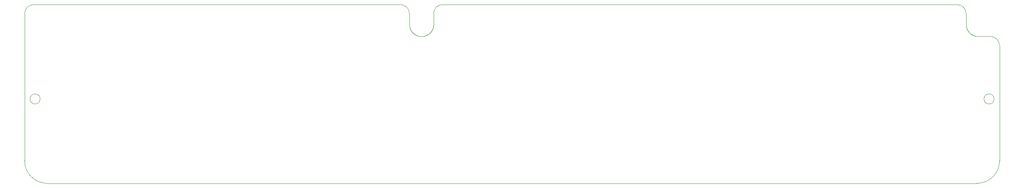
<source format=gbr>
%TF.GenerationSoftware,KiCad,Pcbnew,9.0.0*%
%TF.CreationDate,2025-04-15T08:35:35-04:00*%
%TF.ProjectId,Keypad,4b657970-6164-42e6-9b69-6361645f7063,1.0*%
%TF.SameCoordinates,Original*%
%TF.FileFunction,Profile,NP*%
%FSLAX46Y46*%
G04 Gerber Fmt 4.6, Leading zero omitted, Abs format (unit mm)*
G04 Created by KiCad (PCBNEW 9.0.0) date 2025-04-15 08:35:35*
%MOMM*%
%LPD*%
G01*
G04 APERTURE LIST*
%TA.AperFunction,Profile*%
%ADD10C,0.100000*%
%TD*%
%ADD11C,0.100000*%
G04 APERTURE END LIST*
D10*
X125709300Y-82710000D02*
G75*
G02*
X127709295Y-84705528I0J-2000000D01*
G01*
X259150659Y-117710000D02*
X259150659Y-91843809D01*
X42000000Y-84710000D02*
G75*
G02*
X44000000Y-82710000I2000000J0D01*
G01*
D11*
X128031268Y-88423710D02*
X128024542Y-88411140D01*
X128017880Y-88398520D01*
X128011282Y-88385850D01*
X128004749Y-88373131D01*
X127998280Y-88360363D01*
X127991876Y-88347546D01*
X127985538Y-88334681D01*
X127979265Y-88321768D01*
X127973058Y-88308808D01*
X127966916Y-88295800D01*
X127960841Y-88282744D01*
X127954833Y-88269643D01*
X127948891Y-88256494D01*
X127943016Y-88243300D01*
X127937208Y-88230060D01*
X127931467Y-88216775D01*
X127925795Y-88203445D01*
X127920190Y-88190070D01*
X127914653Y-88176651D01*
X127909185Y-88163188D01*
X127903786Y-88149682D01*
X127898455Y-88136132D01*
X127893193Y-88122541D01*
X127888001Y-88108906D01*
X127882879Y-88095231D01*
X127877826Y-88081513D01*
X127872844Y-88067755D01*
X127867932Y-88053956D01*
X127863090Y-88040117D01*
X127858320Y-88026239D01*
X127853620Y-88012321D01*
X127848992Y-87998364D01*
X127844435Y-87984370D01*
X127839951Y-87970337D01*
X127835538Y-87956267D01*
X127831197Y-87942160D01*
X127826929Y-87928017D01*
X127822733Y-87913838D01*
X127818611Y-87899624D01*
X127814562Y-87885374D01*
X127810586Y-87871090D01*
X127806683Y-87856773D01*
X127802854Y-87842422D01*
X127799100Y-87828038D01*
X127795419Y-87813622D01*
X127791813Y-87799174D01*
X127788282Y-87784695D01*
X127784826Y-87770185D01*
X127781444Y-87755646D01*
X127778138Y-87741076D01*
X127774907Y-87726478D01*
X127771752Y-87711851D01*
X127768673Y-87697197D01*
X127765669Y-87682515D01*
X127762742Y-87667806D01*
X127759891Y-87653072D01*
X127757117Y-87638312D01*
X127754419Y-87623527D01*
X127751799Y-87608717D01*
X127749255Y-87593884D01*
X127746788Y-87579028D01*
X127744399Y-87564150D01*
X127742087Y-87549250D01*
X127739853Y-87534328D01*
X127737697Y-87519387D01*
X127735619Y-87504425D01*
X127733619Y-87489444D01*
X127731697Y-87474444D01*
X127729853Y-87459426D01*
X127728088Y-87444391D01*
X127726401Y-87429339D01*
X127724793Y-87414271D01*
X127723264Y-87399188D01*
X127721814Y-87384091D01*
X127720443Y-87368979D01*
X127719151Y-87353854D01*
X127717938Y-87338716D01*
X127716804Y-87323566D01*
X127715750Y-87308405D01*
X127714775Y-87293234D01*
X127713880Y-87278052D01*
X127713064Y-87262861D01*
X127712328Y-87247662D01*
X127711671Y-87232455D01*
X127711095Y-87217240D01*
X127710598Y-87202019D01*
X127710181Y-87186793D01*
X127709844Y-87171561D01*
X127709587Y-87156325D01*
X127709410Y-87141086D01*
X127709312Y-87125843D01*
X127709295Y-87110611D01*
D10*
X257150700Y-89849134D02*
G75*
G02*
X259150659Y-91843809I0J-1999966D01*
G01*
X251709295Y-87110611D02*
X251709295Y-84705528D01*
X249709300Y-82710000D02*
X135086076Y-82710000D01*
D11*
X254400659Y-89849134D02*
X254386619Y-89849117D01*
X254372575Y-89849020D01*
X254358528Y-89848843D01*
X254347229Y-89848642D01*
D10*
X257150700Y-89849134D02*
X254400659Y-89849134D01*
X249709300Y-82710000D02*
G75*
G02*
X251709295Y-84705528I0J-2000000D01*
G01*
D11*
X252031268Y-88423710D02*
X252024542Y-88411140D01*
X252017880Y-88398520D01*
X252011282Y-88385850D01*
X252004749Y-88373131D01*
X251998280Y-88360363D01*
X251991876Y-88347546D01*
X251985538Y-88334681D01*
X251979265Y-88321768D01*
X251973058Y-88308808D01*
X251966916Y-88295800D01*
X251960841Y-88282744D01*
X251954833Y-88269643D01*
X251948891Y-88256494D01*
X251943016Y-88243300D01*
X251937208Y-88230060D01*
X251931467Y-88216775D01*
X251925795Y-88203445D01*
X251920190Y-88190070D01*
X251914653Y-88176651D01*
X251909185Y-88163188D01*
X251903786Y-88149682D01*
X251898455Y-88136132D01*
X251893193Y-88122541D01*
X251888001Y-88108906D01*
X251882879Y-88095231D01*
X251877826Y-88081513D01*
X251872844Y-88067755D01*
X251867932Y-88053956D01*
X251863090Y-88040117D01*
X251858320Y-88026239D01*
X251853620Y-88012321D01*
X251848992Y-87998364D01*
X251844435Y-87984370D01*
X251839951Y-87970337D01*
X251835538Y-87956267D01*
X251831197Y-87942160D01*
X251826929Y-87928017D01*
X251822733Y-87913838D01*
X251818611Y-87899624D01*
X251814562Y-87885374D01*
X251810586Y-87871090D01*
X251806683Y-87856773D01*
X251802854Y-87842422D01*
X251799100Y-87828038D01*
X251795419Y-87813622D01*
X251791813Y-87799174D01*
X251788282Y-87784695D01*
X251784826Y-87770185D01*
X251781444Y-87755646D01*
X251778138Y-87741076D01*
X251774907Y-87726478D01*
X251771752Y-87711851D01*
X251768673Y-87697197D01*
X251765669Y-87682515D01*
X251762742Y-87667806D01*
X251759891Y-87653072D01*
X251757117Y-87638312D01*
X251754419Y-87623527D01*
X251751799Y-87608717D01*
X251749255Y-87593884D01*
X251746788Y-87579028D01*
X251744399Y-87564150D01*
X251742087Y-87549250D01*
X251739853Y-87534328D01*
X251737697Y-87519387D01*
X251735619Y-87504425D01*
X251733619Y-87489444D01*
X251731697Y-87474444D01*
X251729853Y-87459426D01*
X251728088Y-87444391D01*
X251726401Y-87429339D01*
X251724793Y-87414271D01*
X251723264Y-87399188D01*
X251721814Y-87384091D01*
X251720443Y-87368979D01*
X251719151Y-87353854D01*
X251717938Y-87338716D01*
X251716804Y-87323566D01*
X251715750Y-87308405D01*
X251714775Y-87293234D01*
X251713880Y-87278052D01*
X251713064Y-87262861D01*
X251712328Y-87247662D01*
X251711671Y-87232455D01*
X251711095Y-87217240D01*
X251710598Y-87202019D01*
X251710181Y-87186793D01*
X251709844Y-87171561D01*
X251709587Y-87156325D01*
X251709410Y-87141086D01*
X251709312Y-87125843D01*
X251709295Y-87110611D01*
D10*
X45456592Y-103831320D02*
G75*
G02*
X43206592Y-103831320I-1125000J0D01*
G01*
X43206592Y-103831320D02*
G75*
G02*
X45456592Y-103831320I1125000J0D01*
G01*
X125709300Y-82710000D02*
X44000000Y-82710000D01*
X259150659Y-117710000D02*
G75*
G02*
X254174683Y-122710001I-5000159J100D01*
G01*
X133092390Y-84710000D02*
G75*
G02*
X135086076Y-82710000I2000010J0D01*
G01*
X42000000Y-84710000D02*
X42000000Y-117710000D01*
D11*
X132729592Y-88496173D02*
X132722431Y-88508475D01*
X132715196Y-88520747D01*
X132707886Y-88532989D01*
X132700502Y-88545199D01*
X132693043Y-88557377D01*
X132685509Y-88569524D01*
X132677902Y-88581639D01*
X132670221Y-88593720D01*
X132662466Y-88605769D01*
X132654638Y-88617785D01*
X132646736Y-88629767D01*
X132638760Y-88641714D01*
X132630712Y-88653627D01*
X132622591Y-88665505D01*
X132614397Y-88677348D01*
X132606130Y-88689156D01*
X132597792Y-88700927D01*
X132589381Y-88712661D01*
X132580898Y-88724359D01*
X132572343Y-88736019D01*
X132563717Y-88747642D01*
X132555020Y-88759227D01*
X132546252Y-88770773D01*
X132537412Y-88782280D01*
X132528503Y-88793747D01*
X132519522Y-88805175D01*
X132510472Y-88816563D01*
X132501352Y-88827910D01*
X132492162Y-88839216D01*
X132482903Y-88850480D01*
X132473575Y-88861703D01*
X132464179Y-88872883D01*
X132454713Y-88884021D01*
X132445180Y-88895115D01*
X132435578Y-88906165D01*
X132425909Y-88917172D01*
X132416173Y-88928134D01*
X132406369Y-88939051D01*
X132396499Y-88949922D01*
X132386563Y-88960748D01*
X132376560Y-88971527D01*
X132366492Y-88982260D01*
X132356359Y-88992946D01*
X132346160Y-89003584D01*
X132335897Y-89014173D01*
X132325569Y-89024715D01*
X132315177Y-89035207D01*
X132304722Y-89045650D01*
X132294203Y-89056043D01*
X132283622Y-89066385D01*
X132272978Y-89076677D01*
X132262272Y-89086918D01*
X132251505Y-89097107D01*
X132240676Y-89107244D01*
X132229786Y-89117328D01*
X132218836Y-89127360D01*
X132207825Y-89137338D01*
X132196756Y-89147262D01*
X132185626Y-89157131D01*
X132174439Y-89166946D01*
X132163192Y-89176706D01*
X132151888Y-89186410D01*
X132140527Y-89196058D01*
X132129108Y-89205649D01*
X132117633Y-89215183D01*
X132106102Y-89224660D01*
X132094516Y-89234079D01*
X132082874Y-89243440D01*
X132071178Y-89252742D01*
X132059427Y-89261985D01*
X132047623Y-89271168D01*
X132035766Y-89280292D01*
X132023857Y-89289355D01*
X132011895Y-89298357D01*
X131999881Y-89307297D01*
X131987817Y-89316176D01*
X131975702Y-89324993D01*
X131963536Y-89333748D01*
X131951322Y-89342439D01*
X131939058Y-89351067D01*
X131926746Y-89359632D01*
X131914386Y-89368132D01*
X131901979Y-89376568D01*
X131889525Y-89384939D01*
X131877025Y-89393244D01*
X131864479Y-89401484D01*
X131851888Y-89409658D01*
X131839253Y-89417765D01*
X131826573Y-89425806D01*
X131813850Y-89433779D01*
X131801085Y-89441684D01*
X131788277Y-89449522D01*
X131775427Y-89457292D01*
X131762537Y-89464992D01*
X131749605Y-89472624D01*
X131743125Y-89476414D01*
X131736634Y-89480187D01*
X131730134Y-89483942D01*
X131723624Y-89487679D01*
X131717105Y-89491399D01*
X131710575Y-89495102D01*
X131704037Y-89498787D01*
X131697488Y-89502454D01*
X131690931Y-89506104D01*
X131684364Y-89509736D01*
X131677788Y-89513350D01*
X131671202Y-89516946D01*
X131664608Y-89520525D01*
X131658005Y-89524086D01*
X131651393Y-89527628D01*
X131644771Y-89531153D01*
X131638142Y-89534660D01*
X131631503Y-89538149D01*
X131624856Y-89541619D01*
X131618200Y-89545072D01*
X131611536Y-89548506D01*
X131604863Y-89551923D01*
X131598183Y-89555321D01*
X131591494Y-89558701D01*
X131584797Y-89562062D01*
X131578091Y-89565405D01*
X131571378Y-89568730D01*
X131564656Y-89572037D01*
X131557928Y-89575325D01*
X131551191Y-89578594D01*
X131544446Y-89581845D01*
X131537694Y-89585078D01*
X131530935Y-89588291D01*
X131524167Y-89591487D01*
X131517393Y-89594663D01*
X131510611Y-89597822D01*
X131503822Y-89600961D01*
X131497026Y-89604082D01*
X131490223Y-89607183D01*
X131483412Y-89610266D01*
X131476596Y-89613330D01*
X131469771Y-89616376D01*
X131462941Y-89619402D01*
X131456103Y-89622410D01*
X131449259Y-89625398D01*
X131442408Y-89628368D01*
X131435552Y-89631318D01*
X131428688Y-89634250D01*
X131421819Y-89637162D01*
X131414942Y-89640056D01*
X131408061Y-89642930D01*
X131401172Y-89645785D01*
X131394279Y-89648621D01*
X131387378Y-89651438D01*
X131380473Y-89654235D01*
X131373561Y-89657014D01*
X131366644Y-89659772D01*
X131359721Y-89662512D01*
X131352793Y-89665232D01*
X131345858Y-89667934D01*
X131338920Y-89670615D01*
X131331975Y-89673278D01*
X131325026Y-89675920D01*
X131318070Y-89678544D01*
X131311111Y-89681147D01*
X131304145Y-89683732D01*
X131297177Y-89686296D01*
X131290201Y-89688842D01*
X131283223Y-89691367D01*
X131276238Y-89693874D01*
X131269250Y-89696360D01*
X131262256Y-89698827D01*
X131255259Y-89701274D01*
X131248256Y-89703702D01*
X131241251Y-89706110D01*
X131234239Y-89708498D01*
X131227226Y-89710866D01*
X131220206Y-89713215D01*
X131213184Y-89715544D01*
X131206156Y-89717854D01*
X131199127Y-89720143D01*
X131192092Y-89722413D01*
X131185055Y-89724662D01*
X131178012Y-89726892D01*
X131170968Y-89729102D01*
X131163918Y-89731293D01*
X131156867Y-89733463D01*
X131149811Y-89735613D01*
X131142753Y-89737743D01*
X131135690Y-89739854D01*
X131128627Y-89741944D01*
X131121557Y-89744015D01*
X131114488Y-89746066D01*
X131107413Y-89748097D01*
X131100337Y-89750107D01*
X131093257Y-89752098D01*
X131086176Y-89754068D01*
X131079090Y-89756019D01*
X131072004Y-89757949D01*
X131064913Y-89759860D01*
X131057822Y-89761749D01*
X131050727Y-89763620D01*
X131043631Y-89765470D01*
X131036531Y-89767300D01*
X131029432Y-89769110D01*
X131022327Y-89770900D01*
X131015224Y-89772669D01*
X131008116Y-89774419D01*
X131001009Y-89776148D01*
X130993897Y-89777857D01*
X130986786Y-89779546D01*
X130979671Y-89781215D01*
X130972557Y-89782863D01*
X130965439Y-89784492D01*
X130958323Y-89786099D01*
X130951202Y-89787688D01*
X130944083Y-89789255D01*
X130936959Y-89790803D01*
X130929838Y-89792330D01*
X130922712Y-89793837D01*
X130915588Y-89795324D01*
X130908461Y-89796790D01*
X130901335Y-89798236D01*
X130894206Y-89799663D01*
X130887079Y-89801068D01*
X130879949Y-89802454D01*
X130872820Y-89803819D01*
X130865689Y-89805164D01*
X130858559Y-89806489D01*
X130851427Y-89807793D01*
X130844297Y-89809077D01*
X130837163Y-89810341D01*
X130830033Y-89811584D01*
X130822899Y-89812808D01*
X130815768Y-89814011D01*
X130808634Y-89815194D01*
X130801504Y-89816356D01*
X130794370Y-89817498D01*
X130787239Y-89818620D01*
X130780106Y-89819721D01*
X130772976Y-89820802D01*
X130765843Y-89821864D01*
X130758714Y-89822904D01*
X130751582Y-89823925D01*
X130744454Y-89824924D01*
X130737323Y-89825904D01*
X130730196Y-89826864D01*
X130723066Y-89827803D01*
X130715941Y-89828722D01*
X130708813Y-89829621D01*
X130701689Y-89830499D01*
X130694563Y-89831357D01*
X130687441Y-89832194D01*
X130680317Y-89833012D01*
X130673197Y-89833809D01*
X130666075Y-89834586D01*
X130658958Y-89835343D01*
X130651838Y-89836079D01*
X130644724Y-89836795D01*
X130637607Y-89837491D01*
X130630495Y-89838167D01*
X130623381Y-89838822D01*
X130616273Y-89839457D01*
X130609162Y-89840072D01*
X130602057Y-89840667D01*
X130594949Y-89841242D01*
X130587848Y-89841796D01*
X130580744Y-89842330D01*
X130573646Y-89842843D01*
X130566546Y-89843337D01*
X130559452Y-89843810D01*
X130552356Y-89844264D01*
X130545266Y-89844697D01*
X130538174Y-89845109D01*
X130531088Y-89845502D01*
X130524001Y-89845875D01*
X130516920Y-89846227D01*
X130509838Y-89846559D01*
X130502761Y-89846871D01*
X130495683Y-89847163D01*
X130488612Y-89847434D01*
X130481539Y-89847686D01*
X130474473Y-89847917D01*
X130467406Y-89848129D01*
X130460345Y-89848320D01*
X130453283Y-89848491D01*
X130446227Y-89848642D01*
X130439171Y-89848773D01*
X130432121Y-89848884D01*
X130425071Y-89848975D01*
X130418027Y-89849046D01*
X130410982Y-89849096D01*
X130403945Y-89849127D01*
X130396906Y-89849138D01*
X130389875Y-89849128D01*
X130382843Y-89849099D01*
X130375818Y-89849050D01*
X130368793Y-89848980D01*
X130361774Y-89848891D01*
X130354755Y-89848782D01*
X130347229Y-89848642D01*
D10*
X127709295Y-87110611D02*
X127709295Y-84705528D01*
D11*
X133092390Y-87110611D02*
X133092346Y-87125853D01*
X133092294Y-87133474D01*
X133092223Y-87141094D01*
X133092131Y-87148715D01*
X133092019Y-87156335D01*
X133091887Y-87163954D01*
X133091735Y-87171574D01*
X133091563Y-87179192D01*
X133091372Y-87186810D01*
X133091160Y-87194427D01*
X133090928Y-87202043D01*
X133090676Y-87209658D01*
X133090404Y-87217272D01*
X133090113Y-87224885D01*
X133089801Y-87232497D01*
X133089469Y-87240107D01*
X133089118Y-87247716D01*
X133088746Y-87255323D01*
X133088355Y-87262929D01*
X133087943Y-87270533D01*
X133087512Y-87278136D01*
X133087060Y-87285736D01*
X133086589Y-87293335D01*
X133086098Y-87300932D01*
X133085587Y-87308526D01*
X133085056Y-87316118D01*
X133084505Y-87323709D01*
X133083934Y-87331296D01*
X133083344Y-87338882D01*
X133082733Y-87346464D01*
X133082103Y-87354044D01*
X133081453Y-87361621D01*
X133080783Y-87369196D01*
X133080093Y-87376767D01*
X133079383Y-87384336D01*
X133078654Y-87391901D01*
X133077904Y-87399464D01*
X133077135Y-87407023D01*
X133076346Y-87414579D01*
X133075538Y-87422131D01*
X133074710Y-87429681D01*
X133073862Y-87437225D01*
X133072994Y-87444768D01*
X133072106Y-87452305D01*
X133071199Y-87459840D01*
X133070272Y-87467369D01*
X133069326Y-87474896D01*
X133068360Y-87482418D01*
X133067374Y-87489936D01*
X133066368Y-87497449D01*
X133065343Y-87504959D01*
X133064299Y-87512464D01*
X133063235Y-87519965D01*
X133062151Y-87527460D01*
X133061047Y-87534952D01*
X133059925Y-87542437D01*
X133058782Y-87549920D01*
X133057621Y-87557396D01*
X133056439Y-87564868D01*
X133055239Y-87572334D01*
X133054018Y-87579796D01*
X133052779Y-87587252D01*
X133051520Y-87594704D01*
X133050242Y-87602148D01*
X133048944Y-87609589D01*
X133047627Y-87617023D01*
X133046291Y-87624452D01*
X133044935Y-87631875D01*
X133043560Y-87639293D01*
X133042166Y-87646703D01*
X133040752Y-87654110D01*
X133039320Y-87661508D01*
X133037868Y-87668903D01*
X133036397Y-87676289D01*
X133034907Y-87683671D01*
X133033398Y-87691044D01*
X133031869Y-87698414D01*
X133030322Y-87705774D01*
X133028755Y-87713130D01*
X133027169Y-87720478D01*
X133025565Y-87727820D01*
X133023941Y-87735154D01*
X133022298Y-87742483D01*
X133020637Y-87749803D01*
X133018956Y-87757118D01*
X133017257Y-87764424D01*
X133015539Y-87771725D01*
X133013802Y-87779016D01*
X133012046Y-87786303D01*
X133010271Y-87793579D01*
X133008478Y-87800851D01*
X133006666Y-87808113D01*
X133004834Y-87815369D01*
X133002985Y-87822615D01*
X133001116Y-87829856D01*
X132999230Y-87837087D01*
X132997324Y-87844312D01*
X132995400Y-87851527D01*
X132993457Y-87858737D01*
X132991496Y-87865935D01*
X132989516Y-87873128D01*
X132987518Y-87880311D01*
X132985501Y-87887487D01*
X132983466Y-87894653D01*
X132981412Y-87901812D01*
X132979340Y-87908961D01*
X132977249Y-87916104D01*
X132975141Y-87923235D01*
X132973014Y-87930360D01*
X132970869Y-87937474D01*
X132968705Y-87944582D01*
X132966524Y-87951678D01*
X132964324Y-87958768D01*
X132962106Y-87965846D01*
X132959870Y-87972917D01*
X132957616Y-87979977D01*
X132955343Y-87987030D01*
X132953053Y-87994072D01*
X132950745Y-88001106D01*
X132948419Y-88008129D01*
X132946074Y-88015144D01*
X132943713Y-88022148D01*
X132941332Y-88029144D01*
X132938935Y-88036128D01*
X132936519Y-88043106D01*
X132934086Y-88050070D01*
X132931634Y-88057028D01*
X132929166Y-88063973D01*
X132926679Y-88070910D01*
X132924175Y-88077835D01*
X132921652Y-88084753D01*
X132919114Y-88091657D01*
X132916556Y-88098555D01*
X132913982Y-88105439D01*
X132911389Y-88112316D01*
X132908780Y-88119179D01*
X132906152Y-88126035D01*
X132903509Y-88132877D01*
X132900846Y-88139712D01*
X132898167Y-88146534D01*
X132895470Y-88153347D01*
X132892757Y-88160147D01*
X132890025Y-88166940D01*
X132887278Y-88173718D01*
X132884512Y-88180489D01*
X132881730Y-88187245D01*
X132878929Y-88193994D01*
X132876113Y-88200729D01*
X132873278Y-88207455D01*
X132870428Y-88214168D01*
X132867559Y-88220872D01*
X132864675Y-88227562D01*
X132861772Y-88234244D01*
X132858854Y-88240912D01*
X132855918Y-88247571D01*
X132852966Y-88254215D01*
X132849996Y-88260852D01*
X132847011Y-88267473D01*
X132844007Y-88274087D01*
X132840988Y-88280685D01*
X132837951Y-88287275D01*
X132834899Y-88293850D01*
X132831829Y-88300417D01*
X132828744Y-88306968D01*
X132825640Y-88313511D01*
X132822522Y-88320039D01*
X132819386Y-88326558D01*
X132816234Y-88333062D01*
X132813065Y-88339557D01*
X132809881Y-88346037D01*
X132806679Y-88352508D01*
X132803462Y-88358963D01*
X132800228Y-88365410D01*
X132796979Y-88371841D01*
X132793711Y-88378263D01*
X132790430Y-88384669D01*
X132787130Y-88391067D01*
X132783817Y-88397448D01*
X132780485Y-88403821D01*
X132777139Y-88410178D01*
X132773775Y-88416525D01*
X132770397Y-88422857D01*
X132767001Y-88429179D01*
X132763591Y-88435486D01*
X132760164Y-88441783D01*
X132756722Y-88448064D01*
X132753263Y-88454335D01*
X132749789Y-88460591D01*
X132746298Y-88466837D01*
X132742794Y-88473066D01*
X132739271Y-88479286D01*
X132735735Y-88485490D01*
X132732182Y-88491685D01*
X132729592Y-88496173D01*
X254347229Y-89848642D02*
X254333207Y-89848321D01*
X254319175Y-89847919D01*
X254305132Y-89847437D01*
X254291080Y-89846875D01*
X254277018Y-89846232D01*
X254262947Y-89845509D01*
X254248868Y-89844705D01*
X254234780Y-89843821D01*
X254220685Y-89842856D01*
X254206582Y-89841811D01*
X254192472Y-89840685D01*
X254178355Y-89839478D01*
X254164231Y-89838190D01*
X254150102Y-89836822D01*
X254135968Y-89835372D01*
X254121828Y-89833842D01*
X254107684Y-89832231D01*
X254093535Y-89830539D01*
X254079383Y-89828766D01*
X254065227Y-89826911D01*
X254051068Y-89824976D01*
X254036907Y-89822960D01*
X254022744Y-89820863D01*
X254008579Y-89818685D01*
X253994413Y-89816425D01*
X253980246Y-89814085D01*
X253966080Y-89811663D01*
X253951913Y-89809161D01*
X253937747Y-89806577D01*
X253923583Y-89803912D01*
X253909420Y-89801166D01*
X253895260Y-89798340D01*
X253881102Y-89795432D01*
X253866947Y-89792443D01*
X253852796Y-89789373D01*
X253838649Y-89786223D01*
X253824507Y-89782991D01*
X253810371Y-89779679D01*
X253796240Y-89776286D01*
X253782115Y-89772812D01*
X253767997Y-89769257D01*
X253753887Y-89765622D01*
X253739784Y-89761906D01*
X253725690Y-89758110D01*
X253711605Y-89754234D01*
X253697529Y-89750277D01*
X253683463Y-89746240D01*
X253669408Y-89742122D01*
X253655364Y-89737925D01*
X253641332Y-89733648D01*
X253627312Y-89729291D01*
X253613305Y-89724854D01*
X253599312Y-89720337D01*
X253585332Y-89715741D01*
X253571367Y-89711065D01*
X253557417Y-89706311D01*
X253543483Y-89701477D01*
X253529565Y-89696564D01*
X253515664Y-89691572D01*
X253501781Y-89686502D01*
X253487916Y-89681353D01*
X253474069Y-89676125D01*
X253460242Y-89670820D01*
X253446434Y-89665436D01*
X253432647Y-89659975D01*
X253418881Y-89654436D01*
X253405137Y-89648819D01*
X253391414Y-89643125D01*
X253377715Y-89637354D01*
X253364039Y-89631506D01*
X253350388Y-89625581D01*
X253336761Y-89619580D01*
X253323159Y-89613502D01*
X253309583Y-89607349D01*
X253296034Y-89601120D01*
X253282512Y-89594815D01*
X253269017Y-89588435D01*
X253255551Y-89581980D01*
X253242114Y-89575449D01*
X253228706Y-89568845D01*
X253215329Y-89562166D01*
X253201982Y-89555413D01*
X253188667Y-89548586D01*
X253175384Y-89541686D01*
X253162133Y-89534713D01*
X253148916Y-89527666D01*
X253135732Y-89520547D01*
X253122583Y-89513356D01*
X253109469Y-89506093D01*
X253096391Y-89498758D01*
X253083349Y-89491352D01*
X253070343Y-89483874D01*
X253057376Y-89476326D01*
X253044446Y-89468707D01*
X253031555Y-89461019D01*
X253018703Y-89453260D01*
X253005891Y-89445433D01*
X252993119Y-89437536D01*
X252980389Y-89429570D01*
X252967700Y-89421537D01*
X252961371Y-89417494D01*
X252955053Y-89413435D01*
X252948746Y-89409359D01*
X252942449Y-89405265D01*
X252936164Y-89401156D01*
X252929889Y-89397029D01*
X252923625Y-89392885D01*
X252917372Y-89388725D01*
X252911130Y-89384549D01*
X252904900Y-89380355D01*
X252898681Y-89376146D01*
X252892473Y-89371919D01*
X252886276Y-89367677D01*
X252880091Y-89363417D01*
X252873918Y-89359142D01*
X252867756Y-89354850D01*
X252861606Y-89350542D01*
X252855468Y-89346218D01*
X252849341Y-89341878D01*
X252843226Y-89337522D01*
X252837124Y-89333149D01*
X252831033Y-89328761D01*
X252824955Y-89324357D01*
X252818888Y-89319936D01*
X252812834Y-89315501D01*
X252806792Y-89311049D01*
X252800763Y-89306581D01*
X252794746Y-89302098D01*
X252788742Y-89297599D01*
X252782749Y-89293085D01*
X252776771Y-89288555D01*
X252770804Y-89284009D01*
X252764850Y-89279449D01*
X252758909Y-89274872D01*
X252752981Y-89270281D01*
X252747066Y-89265674D01*
X252741164Y-89261053D01*
X252735275Y-89256415D01*
X252729399Y-89251763D01*
X252723536Y-89247096D01*
X252717688Y-89242414D01*
X252711851Y-89237716D01*
X252706029Y-89233005D01*
X252700220Y-89228278D01*
X252694425Y-89223536D01*
X252688643Y-89218780D01*
X252682875Y-89214009D01*
X252677120Y-89209223D01*
X252671380Y-89204423D01*
X252665652Y-89199608D01*
X252659940Y-89194780D01*
X252654241Y-89189936D01*
X252648556Y-89185078D01*
X252642885Y-89180206D01*
X252637229Y-89175320D01*
X252631586Y-89170419D01*
X252625958Y-89165505D01*
X252620344Y-89160576D01*
X252614745Y-89155634D01*
X252609159Y-89150677D01*
X252603589Y-89145707D01*
X252598033Y-89140722D01*
X252592492Y-89135725D01*
X252586965Y-89130712D01*
X252581453Y-89125687D01*
X252575956Y-89120648D01*
X252570474Y-89115596D01*
X252565006Y-89110529D01*
X252559554Y-89105451D01*
X252554116Y-89100357D01*
X252548694Y-89095252D01*
X252543286Y-89090132D01*
X252537895Y-89085000D01*
X252532517Y-89079853D01*
X252527156Y-89074695D01*
X252521809Y-89069523D01*
X252516479Y-89064339D01*
X252511162Y-89059140D01*
X252505863Y-89053930D01*
X252500578Y-89048706D01*
X252495310Y-89043471D01*
X252490056Y-89038222D01*
X252484819Y-89032961D01*
X252479596Y-89027686D01*
X252474391Y-89022401D01*
X252469199Y-89017101D01*
X252464026Y-89011791D01*
X252458866Y-89006466D01*
X252453725Y-89001131D01*
X252448597Y-88995782D01*
X252443488Y-88990423D01*
X252438392Y-88985050D01*
X252433315Y-88979666D01*
X252428252Y-88974269D01*
X252423207Y-88968861D01*
X252418177Y-88963440D01*
X252413165Y-88958009D01*
X252408167Y-88952565D01*
X252403188Y-88947110D01*
X252398223Y-88941642D01*
X252393276Y-88936164D01*
X252388345Y-88930673D01*
X252383431Y-88925173D01*
X252378533Y-88919658D01*
X252373653Y-88914135D01*
X252368788Y-88908598D01*
X252363941Y-88903052D01*
X252359110Y-88897493D01*
X252354297Y-88891925D01*
X252349499Y-88886344D01*
X252344720Y-88880753D01*
X252339956Y-88875150D01*
X252335211Y-88869538D01*
X252330482Y-88863913D01*
X252325771Y-88858279D01*
X252321075Y-88852633D01*
X252316398Y-88846978D01*
X252311737Y-88841310D01*
X252307095Y-88835634D01*
X252302468Y-88829945D01*
X252297861Y-88824247D01*
X252293268Y-88818538D01*
X252288695Y-88812820D01*
X252284138Y-88807089D01*
X252279600Y-88801351D01*
X252275078Y-88795600D01*
X252270575Y-88789842D01*
X252266087Y-88784071D01*
X252261619Y-88778292D01*
X252257167Y-88772501D01*
X252252734Y-88766703D01*
X252248318Y-88760892D01*
X252243920Y-88755074D01*
X252239539Y-88749244D01*
X252235177Y-88743407D01*
X252230831Y-88737557D01*
X252226505Y-88731701D01*
X252222195Y-88725832D01*
X252217905Y-88719957D01*
X252213630Y-88714069D01*
X252209376Y-88708175D01*
X252205137Y-88702269D01*
X252200919Y-88696357D01*
X252196717Y-88690432D01*
X252192534Y-88684501D01*
X252188368Y-88678558D01*
X252184222Y-88672610D01*
X252180092Y-88666649D01*
X252175982Y-88660682D01*
X252171889Y-88654704D01*
X252167815Y-88648719D01*
X252163758Y-88642723D01*
X252159721Y-88636721D01*
X252155701Y-88630708D01*
X252151700Y-88624689D01*
X252147717Y-88618658D01*
X252143753Y-88612622D01*
X252139806Y-88606574D01*
X252135879Y-88600521D01*
X252131969Y-88594457D01*
X252128079Y-88588387D01*
X252124206Y-88582307D01*
X252120353Y-88576221D01*
X252116517Y-88570123D01*
X252112702Y-88564021D01*
X252108903Y-88557908D01*
X252105124Y-88551790D01*
X252101362Y-88545660D01*
X252097621Y-88539526D01*
X252093897Y-88533381D01*
X252090193Y-88527232D01*
X252086506Y-88521071D01*
X252082839Y-88514906D01*
X252079190Y-88508730D01*
X252075561Y-88502550D01*
X252071948Y-88496359D01*
X252068357Y-88490163D01*
X252064783Y-88483957D01*
X252061229Y-88477747D01*
X252057692Y-88471526D01*
X252054176Y-88465301D01*
X252050677Y-88459066D01*
X252047199Y-88452826D01*
X252043738Y-88446577D01*
X252040297Y-88440323D01*
X252036874Y-88434059D01*
X252031268Y-88423710D01*
D10*
X47000000Y-122710000D02*
X254174683Y-122710000D01*
D11*
X130347229Y-89848642D02*
X130333207Y-89848321D01*
X130319175Y-89847919D01*
X130305132Y-89847437D01*
X130291080Y-89846875D01*
X130277018Y-89846232D01*
X130262947Y-89845509D01*
X130248868Y-89844705D01*
X130234780Y-89843821D01*
X130220685Y-89842856D01*
X130206582Y-89841811D01*
X130192472Y-89840685D01*
X130178355Y-89839478D01*
X130164231Y-89838190D01*
X130150102Y-89836822D01*
X130135968Y-89835372D01*
X130121828Y-89833842D01*
X130107684Y-89832231D01*
X130093535Y-89830539D01*
X130079383Y-89828766D01*
X130065227Y-89826911D01*
X130051068Y-89824976D01*
X130036907Y-89822960D01*
X130022744Y-89820863D01*
X130008579Y-89818685D01*
X129994413Y-89816425D01*
X129980246Y-89814085D01*
X129966080Y-89811663D01*
X129951913Y-89809161D01*
X129937747Y-89806577D01*
X129923583Y-89803912D01*
X129909420Y-89801166D01*
X129895260Y-89798340D01*
X129881102Y-89795432D01*
X129866947Y-89792443D01*
X129852796Y-89789373D01*
X129838649Y-89786223D01*
X129824507Y-89782991D01*
X129810371Y-89779679D01*
X129796240Y-89776286D01*
X129782115Y-89772812D01*
X129767997Y-89769257D01*
X129753887Y-89765622D01*
X129739784Y-89761906D01*
X129725690Y-89758110D01*
X129711605Y-89754234D01*
X129697529Y-89750277D01*
X129683463Y-89746240D01*
X129669408Y-89742122D01*
X129655364Y-89737925D01*
X129641332Y-89733648D01*
X129627312Y-89729291D01*
X129613305Y-89724854D01*
X129599312Y-89720337D01*
X129585332Y-89715741D01*
X129571367Y-89711065D01*
X129557417Y-89706311D01*
X129543483Y-89701477D01*
X129529565Y-89696564D01*
X129515664Y-89691572D01*
X129501781Y-89686502D01*
X129487916Y-89681353D01*
X129474069Y-89676125D01*
X129460242Y-89670820D01*
X129446434Y-89665436D01*
X129432647Y-89659975D01*
X129418881Y-89654436D01*
X129405137Y-89648819D01*
X129391414Y-89643125D01*
X129377715Y-89637354D01*
X129364039Y-89631506D01*
X129350388Y-89625581D01*
X129336761Y-89619580D01*
X129323159Y-89613502D01*
X129309583Y-89607349D01*
X129296034Y-89601120D01*
X129282512Y-89594815D01*
X129269017Y-89588435D01*
X129255551Y-89581980D01*
X129242114Y-89575449D01*
X129228706Y-89568845D01*
X129215329Y-89562166D01*
X129201982Y-89555413D01*
X129188667Y-89548586D01*
X129175384Y-89541686D01*
X129162133Y-89534713D01*
X129148916Y-89527666D01*
X129135732Y-89520547D01*
X129122583Y-89513356D01*
X129109469Y-89506093D01*
X129096391Y-89498758D01*
X129083349Y-89491352D01*
X129070343Y-89483874D01*
X129057376Y-89476326D01*
X129044446Y-89468707D01*
X129031555Y-89461019D01*
X129018703Y-89453260D01*
X129005891Y-89445433D01*
X128993119Y-89437536D01*
X128980389Y-89429570D01*
X128967700Y-89421537D01*
X128961371Y-89417494D01*
X128955053Y-89413435D01*
X128948746Y-89409359D01*
X128942449Y-89405265D01*
X128936164Y-89401156D01*
X128929889Y-89397029D01*
X128923625Y-89392885D01*
X128917372Y-89388725D01*
X128911130Y-89384549D01*
X128904900Y-89380355D01*
X128898681Y-89376146D01*
X128892473Y-89371919D01*
X128886276Y-89367677D01*
X128880091Y-89363417D01*
X128873918Y-89359142D01*
X128867756Y-89354850D01*
X128861606Y-89350542D01*
X128855468Y-89346218D01*
X128849341Y-89341878D01*
X128843226Y-89337522D01*
X128837124Y-89333149D01*
X128831033Y-89328761D01*
X128824955Y-89324357D01*
X128818888Y-89319936D01*
X128812834Y-89315501D01*
X128806792Y-89311049D01*
X128800763Y-89306581D01*
X128794746Y-89302098D01*
X128788742Y-89297599D01*
X128782749Y-89293085D01*
X128776771Y-89288555D01*
X128770804Y-89284009D01*
X128764850Y-89279449D01*
X128758909Y-89274872D01*
X128752981Y-89270281D01*
X128747066Y-89265674D01*
X128741164Y-89261053D01*
X128735275Y-89256415D01*
X128729399Y-89251763D01*
X128723536Y-89247096D01*
X128717688Y-89242414D01*
X128711851Y-89237716D01*
X128706029Y-89233005D01*
X128700220Y-89228278D01*
X128694425Y-89223536D01*
X128688643Y-89218780D01*
X128682875Y-89214009D01*
X128677120Y-89209223D01*
X128671380Y-89204423D01*
X128665652Y-89199608D01*
X128659940Y-89194780D01*
X128654241Y-89189936D01*
X128648556Y-89185078D01*
X128642885Y-89180206D01*
X128637229Y-89175320D01*
X128631586Y-89170419D01*
X128625958Y-89165505D01*
X128620344Y-89160576D01*
X128614745Y-89155634D01*
X128609159Y-89150677D01*
X128603589Y-89145707D01*
X128598033Y-89140722D01*
X128592492Y-89135725D01*
X128586965Y-89130712D01*
X128581453Y-89125687D01*
X128575956Y-89120648D01*
X128570474Y-89115596D01*
X128565006Y-89110529D01*
X128559554Y-89105451D01*
X128554116Y-89100357D01*
X128548694Y-89095252D01*
X128543286Y-89090132D01*
X128537895Y-89085000D01*
X128532517Y-89079853D01*
X128527156Y-89074695D01*
X128521809Y-89069523D01*
X128516479Y-89064339D01*
X128511162Y-89059140D01*
X128505863Y-89053930D01*
X128500578Y-89048706D01*
X128495310Y-89043471D01*
X128490056Y-89038222D01*
X128484819Y-89032961D01*
X128479596Y-89027686D01*
X128474391Y-89022401D01*
X128469199Y-89017101D01*
X128464026Y-89011791D01*
X128458866Y-89006466D01*
X128453725Y-89001131D01*
X128448597Y-88995782D01*
X128443488Y-88990423D01*
X128438392Y-88985050D01*
X128433315Y-88979666D01*
X128428252Y-88974269D01*
X128423207Y-88968861D01*
X128418177Y-88963440D01*
X128413165Y-88958009D01*
X128408167Y-88952565D01*
X128403188Y-88947110D01*
X128398223Y-88941642D01*
X128393276Y-88936164D01*
X128388345Y-88930673D01*
X128383431Y-88925173D01*
X128378533Y-88919658D01*
X128373653Y-88914135D01*
X128368788Y-88908598D01*
X128363941Y-88903052D01*
X128359110Y-88897493D01*
X128354297Y-88891925D01*
X128349499Y-88886344D01*
X128344720Y-88880753D01*
X128339956Y-88875150D01*
X128335211Y-88869538D01*
X128330482Y-88863913D01*
X128325771Y-88858279D01*
X128321075Y-88852633D01*
X128316398Y-88846978D01*
X128311737Y-88841310D01*
X128307095Y-88835634D01*
X128302468Y-88829945D01*
X128297861Y-88824247D01*
X128293268Y-88818538D01*
X128288695Y-88812820D01*
X128284138Y-88807089D01*
X128279600Y-88801351D01*
X128275078Y-88795600D01*
X128270575Y-88789842D01*
X128266087Y-88784071D01*
X128261619Y-88778292D01*
X128257167Y-88772501D01*
X128252734Y-88766703D01*
X128248318Y-88760892D01*
X128243920Y-88755074D01*
X128239539Y-88749244D01*
X128235177Y-88743407D01*
X128230831Y-88737557D01*
X128226505Y-88731701D01*
X128222195Y-88725832D01*
X128217905Y-88719957D01*
X128213630Y-88714069D01*
X128209376Y-88708175D01*
X128205137Y-88702269D01*
X128200919Y-88696357D01*
X128196717Y-88690432D01*
X128192534Y-88684501D01*
X128188368Y-88678558D01*
X128184222Y-88672610D01*
X128180092Y-88666649D01*
X128175982Y-88660682D01*
X128171889Y-88654704D01*
X128167815Y-88648719D01*
X128163758Y-88642723D01*
X128159721Y-88636721D01*
X128155701Y-88630708D01*
X128151700Y-88624689D01*
X128147717Y-88618658D01*
X128143753Y-88612622D01*
X128139806Y-88606574D01*
X128135879Y-88600521D01*
X128131969Y-88594457D01*
X128128079Y-88588387D01*
X128124206Y-88582307D01*
X128120353Y-88576221D01*
X128116517Y-88570123D01*
X128112702Y-88564021D01*
X128108903Y-88557908D01*
X128105124Y-88551790D01*
X128101362Y-88545660D01*
X128097621Y-88539526D01*
X128093897Y-88533381D01*
X128090193Y-88527232D01*
X128086506Y-88521071D01*
X128082839Y-88514906D01*
X128079190Y-88508730D01*
X128075561Y-88502550D01*
X128071948Y-88496359D01*
X128068357Y-88490163D01*
X128064783Y-88483957D01*
X128061229Y-88477747D01*
X128057692Y-88471526D01*
X128054176Y-88465301D01*
X128050677Y-88459066D01*
X128047199Y-88452826D01*
X128043738Y-88446577D01*
X128040297Y-88440323D01*
X128036874Y-88434059D01*
X128031268Y-88423710D01*
D10*
X257944066Y-103831320D02*
G75*
G02*
X255694066Y-103831320I-1125000J0D01*
G01*
X255694066Y-103831320D02*
G75*
G02*
X257944066Y-103831320I1125000J0D01*
G01*
X47000000Y-122710000D02*
G75*
G02*
X42000000Y-117710000I0J5000000D01*
G01*
X133092390Y-84710000D02*
X133092390Y-87110611D01*
M02*

</source>
